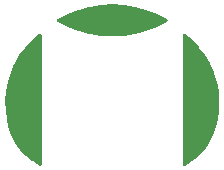
<source format=gbr>
G04 EAGLE Gerber RS-274X export*
G75*
%MOMM*%
%FSLAX34Y34*%
%LPD*%
%INSoldermask Bottom*%
%IPPOS*%
%AMOC8*
5,1,8,0,0,1.08239X$1,22.5*%
G01*
%ADD10C,2.743200*%

G36*
X-60879Y-46977D02*
X-60879Y-46977D01*
X-60723Y-46967D01*
X-60722Y-46967D01*
X-60721Y-46967D01*
X-60569Y-46917D01*
X-60421Y-46869D01*
X-60420Y-46868D01*
X-60418Y-46868D01*
X-60285Y-46783D01*
X-60152Y-46699D01*
X-60151Y-46698D01*
X-60150Y-46697D01*
X-60048Y-46589D01*
X-59934Y-46467D01*
X-59933Y-46466D01*
X-59933Y-46465D01*
X-59859Y-46331D01*
X-59780Y-46189D01*
X-59780Y-46187D01*
X-59780Y-46186D01*
X-59741Y-46038D01*
X-59701Y-45881D01*
X-59701Y-45879D01*
X-59701Y-45878D01*
X-59701Y-45876D01*
X-59691Y-45720D01*
X-59691Y63500D01*
X-59701Y63579D01*
X-59701Y63658D01*
X-59721Y63736D01*
X-59731Y63816D01*
X-59760Y63889D01*
X-59780Y63966D01*
X-59818Y64037D01*
X-59848Y64111D01*
X-59894Y64175D01*
X-59932Y64245D01*
X-59987Y64304D01*
X-60034Y64369D01*
X-60096Y64419D01*
X-60150Y64477D01*
X-60218Y64520D01*
X-60279Y64571D01*
X-60351Y64605D01*
X-60418Y64648D01*
X-60495Y64673D01*
X-60567Y64707D01*
X-60645Y64722D01*
X-60721Y64746D01*
X-60801Y64752D01*
X-60880Y64767D01*
X-60959Y64762D01*
X-61038Y64767D01*
X-61117Y64752D01*
X-61197Y64747D01*
X-61272Y64722D01*
X-61350Y64708D01*
X-61423Y64674D01*
X-61499Y64649D01*
X-61567Y64606D01*
X-61638Y64573D01*
X-61767Y64479D01*
X-61768Y64479D01*
X-61768Y64478D01*
X-61769Y64478D01*
X-67986Y59337D01*
X-67994Y59330D01*
X-68030Y59296D01*
X-68047Y59284D01*
X-68058Y59270D01*
X-68095Y59237D01*
X-73673Y53409D01*
X-73680Y53401D01*
X-73769Y53297D01*
X-78633Y46861D01*
X-78639Y46851D01*
X-78715Y46738D01*
X-82800Y39781D01*
X-82804Y39771D01*
X-82867Y39649D01*
X-86116Y32265D01*
X-86119Y32255D01*
X-86168Y32127D01*
X-88538Y24415D01*
X-88539Y24405D01*
X-88573Y24272D01*
X-90031Y16337D01*
X-90032Y16326D01*
X-90050Y16190D01*
X-90577Y8140D01*
X-90576Y8130D01*
X-90578Y7993D01*
X-90168Y-65D01*
X-90165Y-79D01*
X-90164Y-115D01*
X-89531Y-7095D01*
X-89531Y-7097D01*
X-89531Y-7100D01*
X-89506Y-7259D01*
X-87967Y-14097D01*
X-87966Y-14099D01*
X-87966Y-14102D01*
X-87920Y-14256D01*
X-85502Y-20834D01*
X-85501Y-20837D01*
X-85501Y-20839D01*
X-85435Y-20986D01*
X-82179Y-27193D01*
X-82178Y-27195D01*
X-82177Y-27197D01*
X-82093Y-27334D01*
X-78055Y-33063D01*
X-78053Y-33065D01*
X-78052Y-33067D01*
X-77950Y-33192D01*
X-73199Y-38345D01*
X-73197Y-38346D01*
X-73196Y-38349D01*
X-73079Y-38459D01*
X-67696Y-42948D01*
X-67694Y-42949D01*
X-67692Y-42951D01*
X-67562Y-43045D01*
X-61639Y-46793D01*
X-61492Y-46861D01*
X-61353Y-46927D01*
X-61352Y-46927D01*
X-61351Y-46928D01*
X-61188Y-46959D01*
X-61041Y-46987D01*
X-61039Y-46987D01*
X-61038Y-46987D01*
X-60879Y-46977D01*
G37*
G36*
X61036Y-46977D02*
X61036Y-46977D01*
X61195Y-46967D01*
X61196Y-46967D01*
X61197Y-46967D01*
X61344Y-46919D01*
X61497Y-46870D01*
X61499Y-46869D01*
X61501Y-46868D01*
X61639Y-46793D01*
X67562Y-43045D01*
X67563Y-43044D01*
X67566Y-43043D01*
X67696Y-42948D01*
X73079Y-38459D01*
X73081Y-38457D01*
X73083Y-38456D01*
X73199Y-38345D01*
X77950Y-33192D01*
X77952Y-33190D01*
X77954Y-33189D01*
X78055Y-33063D01*
X82093Y-27334D01*
X82094Y-27332D01*
X82096Y-27330D01*
X82179Y-27193D01*
X85435Y-20986D01*
X85436Y-20984D01*
X85437Y-20982D01*
X85502Y-20834D01*
X87920Y-14256D01*
X87921Y-14253D01*
X87922Y-14251D01*
X87967Y-14097D01*
X89506Y-7259D01*
X89506Y-7256D01*
X89507Y-7254D01*
X89531Y-7095D01*
X90164Y-115D01*
X90164Y-109D01*
X90164Y-108D01*
X90164Y-99D01*
X90168Y-65D01*
X90578Y7993D01*
X90577Y8003D01*
X90577Y8140D01*
X90050Y16190D01*
X90047Y16201D01*
X90031Y16337D01*
X88573Y24272D01*
X88569Y24282D01*
X88538Y24415D01*
X86168Y32127D01*
X86163Y32136D01*
X86116Y32265D01*
X82867Y39649D01*
X82862Y39659D01*
X82800Y39781D01*
X78715Y46738D01*
X78709Y46746D01*
X78633Y46861D01*
X73769Y53297D01*
X73761Y53305D01*
X73673Y53409D01*
X68095Y59237D01*
X68086Y59244D01*
X67986Y59337D01*
X61769Y64478D01*
X61702Y64521D01*
X61641Y64571D01*
X61568Y64606D01*
X61500Y64649D01*
X61425Y64673D01*
X61353Y64707D01*
X61274Y64722D01*
X61198Y64747D01*
X61118Y64752D01*
X61041Y64767D01*
X60960Y64762D01*
X60880Y64767D01*
X60802Y64752D01*
X60723Y64747D01*
X60647Y64722D01*
X60568Y64707D01*
X60496Y64673D01*
X60421Y64649D01*
X60353Y64606D01*
X60280Y64572D01*
X60219Y64521D01*
X60152Y64479D01*
X60097Y64420D01*
X60035Y64369D01*
X59988Y64305D01*
X59934Y64247D01*
X59895Y64177D01*
X59848Y64112D01*
X59819Y64038D01*
X59780Y63969D01*
X59760Y63891D01*
X59731Y63816D01*
X59721Y63738D01*
X59701Y63661D01*
X59691Y63502D01*
X59691Y63501D01*
X59691Y63500D01*
X59691Y-45720D01*
X59711Y-45881D01*
X59730Y-46033D01*
X59730Y-46034D01*
X59731Y-46036D01*
X59788Y-46180D01*
X59847Y-46329D01*
X59847Y-46330D01*
X59848Y-46331D01*
X59935Y-46452D01*
X60033Y-46587D01*
X60034Y-46588D01*
X60034Y-46589D01*
X60152Y-46685D01*
X60278Y-46790D01*
X60279Y-46791D01*
X60413Y-46854D01*
X60565Y-46926D01*
X60566Y-46926D01*
X60567Y-46927D01*
X60718Y-46956D01*
X60877Y-46987D01*
X60878Y-46986D01*
X60880Y-46987D01*
X61036Y-46977D01*
G37*
G36*
X9625Y63183D02*
X9625Y63183D01*
X9642Y63186D01*
X9757Y63197D01*
X19210Y64694D01*
X19227Y64699D01*
X19340Y64722D01*
X28585Y67199D01*
X28601Y67205D01*
X28711Y67240D01*
X37647Y70670D01*
X37662Y70678D01*
X37768Y70724D01*
X46296Y75069D01*
X46329Y75091D01*
X46366Y75107D01*
X46460Y75181D01*
X46559Y75248D01*
X46586Y75278D01*
X46617Y75302D01*
X46690Y75397D01*
X46770Y75486D01*
X46788Y75522D01*
X46812Y75553D01*
X46860Y75663D01*
X46914Y75770D01*
X46923Y75808D01*
X46939Y75845D01*
X46957Y75963D01*
X46984Y76080D01*
X46982Y76120D01*
X46989Y76159D01*
X46977Y76278D01*
X46974Y76398D01*
X46963Y76436D01*
X46959Y76476D01*
X46919Y76588D01*
X46885Y76703D01*
X46865Y76738D01*
X46852Y76775D01*
X46784Y76874D01*
X46723Y76977D01*
X46695Y77005D01*
X46673Y77038D01*
X46583Y77118D01*
X46499Y77202D01*
X46465Y77223D01*
X46435Y77249D01*
X46296Y77331D01*
X37768Y81676D01*
X37752Y81682D01*
X37647Y81730D01*
X28711Y85160D01*
X28695Y85164D01*
X28585Y85201D01*
X19340Y87679D01*
X19323Y87681D01*
X19210Y87706D01*
X9757Y89203D01*
X9739Y89204D01*
X9625Y89217D01*
X66Y89718D01*
X49Y89717D01*
X-66Y89718D01*
X-9625Y89217D01*
X-9642Y89214D01*
X-9757Y89203D01*
X-19210Y87706D01*
X-19227Y87701D01*
X-19340Y87679D01*
X-28585Y85201D01*
X-28601Y85195D01*
X-28711Y85160D01*
X-37647Y81730D01*
X-37662Y81722D01*
X-37768Y81676D01*
X-46296Y77331D01*
X-46329Y77309D01*
X-46366Y77293D01*
X-46460Y77219D01*
X-46559Y77152D01*
X-46586Y77122D01*
X-46617Y77098D01*
X-46690Y77003D01*
X-46770Y76914D01*
X-46788Y76878D01*
X-46812Y76847D01*
X-46860Y76737D01*
X-46914Y76630D01*
X-46923Y76592D01*
X-46939Y76555D01*
X-46957Y76437D01*
X-46984Y76320D01*
X-46982Y76280D01*
X-46989Y76241D01*
X-46977Y76122D01*
X-46974Y76002D01*
X-46963Y75964D01*
X-46959Y75924D01*
X-46919Y75812D01*
X-46885Y75697D01*
X-46865Y75662D01*
X-46852Y75625D01*
X-46784Y75526D01*
X-46723Y75423D01*
X-46695Y75395D01*
X-46673Y75362D01*
X-46583Y75282D01*
X-46499Y75198D01*
X-46465Y75177D01*
X-46435Y75151D01*
X-46296Y75069D01*
X-37768Y70724D01*
X-37752Y70718D01*
X-37647Y70670D01*
X-28711Y67240D01*
X-28695Y67236D01*
X-28585Y67199D01*
X-19340Y64722D01*
X-19323Y64719D01*
X-19210Y64694D01*
X-9757Y63197D01*
X-9739Y63196D01*
X-9625Y63183D01*
X-66Y62682D01*
X-49Y62683D01*
X66Y62682D01*
X9625Y63183D01*
G37*
D10*
X0Y76200D03*
X-76200Y0D03*
X76200Y0D03*
M02*

</source>
